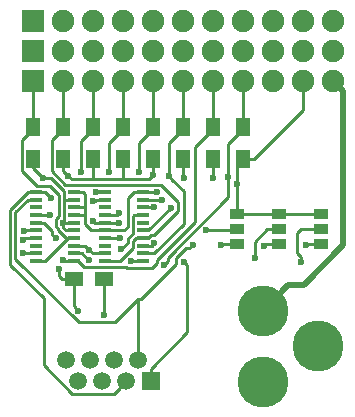
<source format=gtl>
G04 #@! TF.FileFunction,Copper,L1,Top,Signal*
%FSLAX46Y46*%
G04 Gerber Fmt 4.6, Leading zero omitted, Abs format (unit mm)*
G04 Created by KiCad (PCBNEW 4.0.7) date Thursday, May 03, 2018 'PMt' 09:52:22 PM*
%MOMM*%
%LPD*%
G01*
G04 APERTURE LIST*
%ADD10C,0.100000*%
%ADD11R,1.900000X1.900000*%
%ADD12O,1.900000X1.900000*%
%ADD13C,4.318000*%
%ADD14R,1.500000X1.500000*%
%ADD15C,1.500000*%
%ADD16R,0.990600X0.304800*%
%ADD17R,1.270000X0.970000*%
%ADD18R,1.300000X1.500000*%
%ADD19R,1.500000X1.250000*%
%ADD20C,0.600000*%
%ADD21C,0.254000*%
%ADD22C,0.508000*%
G04 APERTURE END LIST*
D10*
D11*
X181610000Y-80010000D03*
D12*
X184150000Y-80010000D03*
X186690000Y-80010000D03*
X189230000Y-80010000D03*
X191770000Y-80010000D03*
X194310000Y-80010000D03*
X196850000Y-80010000D03*
X199390000Y-80010000D03*
X201930000Y-80010000D03*
X204470000Y-80010000D03*
X207010000Y-80010000D03*
D11*
X181610000Y-77470000D03*
D12*
X184150000Y-77470000D03*
X186690000Y-77470000D03*
X189230000Y-77470000D03*
X191770000Y-77470000D03*
X194310000Y-77470000D03*
X196850000Y-77470000D03*
X199390000Y-77470000D03*
X201930000Y-77470000D03*
X204470000Y-77470000D03*
X207010000Y-77470000D03*
D11*
X181610000Y-74930000D03*
D12*
X184150000Y-74930000D03*
X186690000Y-74930000D03*
X189230000Y-74930000D03*
X191770000Y-74930000D03*
X194310000Y-74930000D03*
X196850000Y-74930000D03*
X199390000Y-74930000D03*
X201930000Y-74930000D03*
X204470000Y-74930000D03*
X207010000Y-74930000D03*
D13*
X201041000Y-105458260D03*
X205740000Y-102458520D03*
X201041000Y-99458780D03*
D14*
X191530000Y-105410000D03*
D15*
X190510000Y-103630000D03*
X189490000Y-105410000D03*
X188470000Y-103630000D03*
X187450000Y-105410000D03*
X186430000Y-103630000D03*
X185410000Y-105410000D03*
X184390000Y-103630000D03*
D16*
X185044080Y-89405460D03*
X185044080Y-90055700D03*
X185044080Y-90705940D03*
X185044080Y-91356180D03*
X185044080Y-92006420D03*
X185044080Y-92651580D03*
X185044080Y-93301820D03*
X185044080Y-93952060D03*
X185044080Y-94602300D03*
X185044080Y-95252540D03*
X190875920Y-95252540D03*
X190875920Y-94602300D03*
X190875920Y-93952060D03*
X190875920Y-93301820D03*
X190875920Y-92651580D03*
X190875920Y-92006420D03*
X190875920Y-91356180D03*
X190875920Y-90705940D03*
X190875920Y-90055700D03*
X190875920Y-89405460D03*
X181869080Y-89405460D03*
X181869080Y-90055700D03*
X181869080Y-90705940D03*
X181869080Y-91356180D03*
X181869080Y-92006420D03*
X181869080Y-92651580D03*
X181869080Y-93301820D03*
X181869080Y-93952060D03*
X181869080Y-94602300D03*
X181869080Y-95252540D03*
X187700920Y-95252540D03*
X187700920Y-94602300D03*
X187700920Y-93952060D03*
X187700920Y-93301820D03*
X187700920Y-92651580D03*
X187700920Y-92006420D03*
X187700920Y-91356180D03*
X187700920Y-90705940D03*
X187700920Y-90055700D03*
X187700920Y-89405460D03*
D17*
X198882000Y-91313000D03*
X198882000Y-92583000D03*
X198882000Y-93853000D03*
X202438000Y-91313000D03*
X202438000Y-92583000D03*
X202438000Y-93853000D03*
X205994000Y-91313000D03*
X205994000Y-92583000D03*
X205994000Y-93853000D03*
D18*
X181610000Y-86647000D03*
X181610000Y-83947000D03*
X184150000Y-86647000D03*
X184150000Y-83947000D03*
X186690000Y-86647000D03*
X186690000Y-83947000D03*
X189230000Y-86647000D03*
X189230000Y-83947000D03*
X191770000Y-86647000D03*
X191770000Y-83947000D03*
X194310000Y-86647000D03*
X194310000Y-83947000D03*
X196850000Y-86647000D03*
X196850000Y-83947000D03*
X199390000Y-86647000D03*
X199390000Y-83947000D03*
D19*
X185059000Y-96774000D03*
X187559000Y-96774000D03*
D20*
X183499902Y-93334698D03*
X183794400Y-95935800D03*
X182448200Y-88239600D03*
X184581800Y-88082800D03*
X198882000Y-88722200D03*
X196850000Y-88239600D03*
X191770000Y-87934800D03*
X194335400Y-88239600D03*
X185420000Y-99458410D03*
X184124600Y-92024200D03*
X193268600Y-90728800D03*
X196240400Y-92633800D03*
X180797200Y-92684600D03*
X187553600Y-99822000D03*
X204673200Y-93929200D03*
X201142600Y-93980000D03*
X197485000Y-93929200D03*
X192100200Y-89408000D03*
X200380600Y-94996000D03*
X180721000Y-93497400D03*
X204241400Y-95300800D03*
X180721000Y-94589600D03*
X194338933Y-95304333D03*
X183014476Y-91323572D03*
X191846200Y-90703400D03*
X192506600Y-90119200D03*
X195122800Y-93878400D03*
X183140758Y-89945595D03*
X189052200Y-94234000D03*
X185634037Y-87688883D03*
X186334400Y-94310200D03*
X191841269Y-93712571D03*
X188010800Y-87714190D03*
X188973769Y-93311689D03*
X186631210Y-91827526D03*
X188849000Y-92024200D03*
X190525400Y-87714190D03*
X186319740Y-95149134D03*
X188854302Y-91224206D03*
X193090800Y-88061800D03*
X184148388Y-95180831D03*
X186631210Y-90181278D03*
X192684400Y-95554800D03*
X186953435Y-89422221D03*
X198094600Y-88120590D03*
X189844524Y-95256367D03*
D21*
X183199903Y-92669533D02*
X183199903Y-93034699D01*
X184150000Y-92456000D02*
X184150000Y-92049600D01*
X185044080Y-92651580D02*
X184345580Y-92651580D01*
X183199903Y-93034699D02*
X183499902Y-93334698D01*
X182536790Y-92006420D02*
X183199903Y-92669533D01*
X181869080Y-92006420D02*
X182536790Y-92006420D01*
X184345580Y-92651580D02*
X184150000Y-92456000D01*
X184150000Y-92049600D02*
X184124600Y-92024200D01*
X183794400Y-96360064D02*
X183794400Y-95935800D01*
X184055000Y-96774000D02*
X183794400Y-96513400D01*
X185059000Y-96774000D02*
X184055000Y-96774000D01*
X183794400Y-96513400D02*
X183794400Y-96360064D01*
X199390000Y-86647000D02*
X200294000Y-86647000D01*
X204470000Y-81212081D02*
X204470000Y-80010000D01*
X200294000Y-86647000D02*
X204470000Y-82471000D01*
X204470000Y-82471000D02*
X204470000Y-81212081D01*
X184221779Y-90128701D02*
X184221779Y-89352779D01*
X184221779Y-89352779D02*
X183108600Y-88239600D01*
X183108600Y-88239600D02*
X182448200Y-88239600D01*
X181610000Y-86647000D02*
X181610000Y-87401400D01*
X181610000Y-87401400D02*
X182448200Y-88239600D01*
X184581800Y-88082800D02*
X184840200Y-88341200D01*
X184150000Y-87651000D02*
X184581800Y-88082800D01*
X198882000Y-88722200D02*
X198882000Y-87155000D01*
X198882000Y-91313000D02*
X198882000Y-88722200D01*
X202438000Y-91313000D02*
X205994000Y-91313000D01*
X198882000Y-91313000D02*
X202438000Y-91313000D01*
X198882000Y-87155000D02*
X199390000Y-86647000D01*
X196850000Y-86647000D02*
X196850000Y-88239600D01*
X194310000Y-86647000D02*
X194310000Y-88214200D01*
X194310000Y-88214200D02*
X194335400Y-88239600D01*
X184840200Y-88341200D02*
X186690000Y-88341200D01*
X186690000Y-88341200D02*
X189230000Y-88341200D01*
X186690000Y-86647000D02*
X186690000Y-87651000D01*
X186690000Y-87651000D02*
X186690000Y-88341200D01*
X189230000Y-87651000D02*
X189230000Y-88341200D01*
X189230000Y-88341200D02*
X191363600Y-88341200D01*
X189230000Y-86647000D02*
X189230000Y-87651000D01*
X191363600Y-88341200D02*
X191770000Y-87934800D01*
X191770000Y-87934800D02*
X191770000Y-86647000D01*
X184150000Y-86647000D02*
X184150000Y-87651000D01*
X185120001Y-99158411D02*
X185420000Y-99458410D01*
X185059000Y-99097410D02*
X185120001Y-99158411D01*
X185059000Y-96774000D02*
X185059000Y-99097410D01*
X181610000Y-86747000D02*
X181610000Y-86647000D01*
X184221779Y-91927021D02*
X184124600Y-92024200D01*
X185044080Y-90055700D02*
X184294780Y-90055700D01*
X184294780Y-90055700D02*
X184221779Y-90128701D01*
X184221779Y-90128701D02*
X184221779Y-91927021D01*
X184124600Y-92024200D02*
X184142380Y-92006420D01*
X184142380Y-92006420D02*
X185044080Y-92006420D01*
X191345820Y-92651580D02*
X193268600Y-90728800D01*
X190875920Y-92651580D02*
X191345820Y-92651580D01*
X196240400Y-92633800D02*
X198831200Y-92633800D01*
X198831200Y-92633800D02*
X198882000Y-92583000D01*
X181869080Y-92651580D02*
X180830220Y-92651580D01*
X180830220Y-92651580D02*
X180797200Y-92684600D01*
X187559000Y-96774000D02*
X187559000Y-99816600D01*
X187559000Y-99816600D02*
X187553600Y-99822000D01*
X186004200Y-89616280D02*
X186004200Y-90805000D01*
X185044080Y-89405460D02*
X185793380Y-89405460D01*
X185793380Y-89405460D02*
X186004200Y-89616280D01*
X186004200Y-92125800D02*
X186004200Y-91363800D01*
X186004200Y-91363800D02*
X186004200Y-90805000D01*
X185044080Y-91356180D02*
X185793380Y-91356180D01*
X185793380Y-91356180D02*
X185801000Y-91363800D01*
X185801000Y-91363800D02*
X186004200Y-91363800D01*
X187700920Y-92651580D02*
X186529980Y-92651580D01*
X186529980Y-92651580D02*
X186004200Y-92125800D01*
X186004200Y-90805000D02*
X185905140Y-90705940D01*
X185905140Y-90705940D02*
X185044080Y-90705940D01*
X189288420Y-92651580D02*
X189599608Y-92340392D01*
X189599608Y-92340392D02*
X189599608Y-89932472D01*
X189599608Y-89932472D02*
X190126620Y-89405460D01*
X190126620Y-89405460D02*
X190875920Y-89405460D01*
X188450220Y-92651580D02*
X189288420Y-92651580D01*
X187700920Y-92651580D02*
X188450220Y-92651580D01*
X188450220Y-92651580D02*
X188457840Y-92659200D01*
X205994000Y-93853000D02*
X204749400Y-93853000D01*
X204749400Y-93853000D02*
X204673200Y-93929200D01*
X202438000Y-93853000D02*
X201269600Y-93853000D01*
X201269600Y-93853000D02*
X201142600Y-93980000D01*
X198882000Y-93853000D02*
X197561200Y-93853000D01*
X197561200Y-93853000D02*
X197485000Y-93929200D01*
X190875920Y-89405460D02*
X192097660Y-89405460D01*
X192097660Y-89405460D02*
X192100200Y-89408000D01*
X200380600Y-94996000D02*
X200380600Y-93624400D01*
X200380600Y-93624400D02*
X201422000Y-92583000D01*
X201422000Y-92583000D02*
X201549000Y-92583000D01*
X201549000Y-92583000D02*
X202438000Y-92583000D01*
X181869080Y-93301820D02*
X180916580Y-93301820D01*
X180916580Y-93301820D02*
X180721000Y-93497400D01*
X203936600Y-92913200D02*
X204266800Y-92583000D01*
X204266800Y-92583000D02*
X205994000Y-92583000D01*
X203936600Y-94571736D02*
X203936600Y-92913200D01*
X204241400Y-95300800D02*
X204241400Y-94876536D01*
X204241400Y-94876536D02*
X203936600Y-94571736D01*
X180733700Y-94602300D02*
X180721000Y-94589600D01*
X181869080Y-94602300D02*
X180733700Y-94602300D01*
X194638932Y-101297068D02*
X194638932Y-95604332D01*
X194638932Y-95604332D02*
X194338933Y-95304333D01*
X191530000Y-105410000D02*
X191530000Y-104406000D01*
X191530000Y-104406000D02*
X194638932Y-101297068D01*
X182981868Y-91356180D02*
X183014476Y-91323572D01*
X181869080Y-91356180D02*
X182981868Y-91356180D01*
X191846200Y-90703400D02*
X190878460Y-90703400D01*
X190878460Y-90703400D02*
X190875920Y-90705940D01*
X194536905Y-94178399D02*
X194822801Y-94178399D01*
X190726764Y-98491200D02*
X193711932Y-95506032D01*
X190510000Y-98491200D02*
X190726764Y-98491200D01*
X194822801Y-94178399D02*
X195122800Y-93878400D01*
X193711932Y-95003372D02*
X194536905Y-94178399D01*
X193711932Y-95506032D02*
X193711932Y-95003372D01*
X185482628Y-100449002D02*
X188552198Y-100449002D01*
X180082811Y-95049185D02*
X185482628Y-100449002D01*
X181119780Y-90055700D02*
X180082811Y-91092669D01*
X188552198Y-100449002D02*
X190510000Y-98491200D01*
X181869080Y-90055700D02*
X181119780Y-90055700D01*
X180082811Y-91092669D02*
X180082811Y-95049185D01*
X192506600Y-90119200D02*
X192443100Y-90055700D01*
X192443100Y-90055700D02*
X190875920Y-90055700D01*
X190510000Y-103630000D02*
X190510000Y-98491200D01*
X181869080Y-89405460D02*
X181119780Y-89405460D01*
X181119780Y-89405460D02*
X179628800Y-90896440D01*
X179628800Y-90896440D02*
X179628800Y-95550032D01*
X182473600Y-104067562D02*
X184893039Y-106487001D01*
X179628800Y-95550032D02*
X182473600Y-98394832D01*
X182473600Y-98394832D02*
X182473600Y-104067562D01*
X184893039Y-106487001D02*
X188412999Y-106487001D01*
X188412999Y-106487001D02*
X188740001Y-106159999D01*
X188740001Y-106159999D02*
X189490000Y-105410000D01*
X181869080Y-89405460D02*
X182618380Y-89405460D01*
X183140758Y-89927838D02*
X183140758Y-89945595D01*
X182618380Y-89405460D02*
X183140758Y-89927838D01*
X190053619Y-91429181D02*
X190053619Y-92895991D01*
X190053619Y-92895991D02*
X189599608Y-93350002D01*
X190126620Y-91356180D02*
X190053619Y-91429181D01*
X190875920Y-91356180D02*
X190126620Y-91356180D01*
X189599608Y-93350002D02*
X189599608Y-93686592D01*
X189599608Y-93686592D02*
X189052200Y-94234000D01*
X183021107Y-88926059D02*
X183767768Y-89672720D01*
X184353752Y-93301820D02*
X185044080Y-93301820D01*
X183767768Y-91453070D02*
X183497599Y-91723239D01*
X181610000Y-84047000D02*
X180632999Y-85024001D01*
X183497599Y-91723239D02*
X183497599Y-92325161D01*
X183695989Y-92523551D02*
X183695989Y-92644057D01*
X183695989Y-92644057D02*
X184353752Y-93301820D01*
X180632999Y-87658601D02*
X181900457Y-88926059D01*
X181610000Y-83947000D02*
X181610000Y-84047000D01*
X181900457Y-88926059D02*
X183021107Y-88926059D01*
X180632999Y-85024001D02*
X180632999Y-87658601D01*
X183497599Y-92325161D02*
X183695989Y-92523551D01*
X183767768Y-89672720D02*
X183767768Y-91453070D01*
X181869080Y-95252540D02*
X182618380Y-95252540D01*
X182618380Y-95252540D02*
X184569100Y-93301820D01*
X184569100Y-93301820D02*
X185044080Y-93301820D01*
X181610000Y-83947000D02*
X181610000Y-82943000D01*
X181610000Y-82943000D02*
X181610000Y-80010000D01*
X192401161Y-88780999D02*
X193895602Y-90275440D01*
X184309609Y-88795211D02*
X191831057Y-88795211D01*
X184150000Y-83947000D02*
X184150000Y-84047000D01*
X191324056Y-93301820D02*
X190875920Y-93301820D01*
X184150000Y-84047000D02*
X183172999Y-85024001D01*
X183172999Y-85024001D02*
X183172999Y-87658601D01*
X191540307Y-93085569D02*
X191324056Y-93301820D01*
X193895602Y-90275440D02*
X193895602Y-91029762D01*
X183172999Y-87658601D02*
X184309609Y-88795211D01*
X193895602Y-91029762D02*
X191839795Y-93085569D01*
X191831057Y-88795211D02*
X191845269Y-88780999D01*
X191839795Y-93085569D02*
X191540307Y-93085569D01*
X191845269Y-88780999D02*
X192401161Y-88780999D01*
X190289858Y-93301820D02*
X190053619Y-93538059D01*
X188450220Y-95252540D02*
X187700920Y-95252540D01*
X190053619Y-94160545D02*
X188961624Y-95252540D01*
X188961624Y-95252540D02*
X188450220Y-95252540D01*
X190053619Y-93538059D02*
X190053619Y-94160545D01*
X190875920Y-93301820D02*
X190289858Y-93301820D01*
X184150000Y-83947000D02*
X184150000Y-80010000D01*
X185634037Y-87264619D02*
X185634037Y-87688883D01*
X185634037Y-85102963D02*
X185634037Y-87264619D01*
X186690000Y-83947000D02*
X186690000Y-84047000D01*
X186690000Y-84047000D02*
X185634037Y-85102963D01*
X187700920Y-94602300D02*
X186626500Y-94602300D01*
X186626500Y-94602300D02*
X186334400Y-94310200D01*
X186334400Y-94310200D02*
X185976260Y-93952060D01*
X185976260Y-93952060D02*
X185044080Y-93952060D01*
X186690000Y-83947000D02*
X186690000Y-82943000D01*
X186690000Y-82943000D02*
X186690000Y-80010000D01*
X191841269Y-93736011D02*
X191841269Y-93712571D01*
X191625220Y-93952060D02*
X191841269Y-93736011D01*
X190875920Y-93952060D02*
X191625220Y-93952060D01*
X188010800Y-85266200D02*
X188010800Y-87289926D01*
X189230000Y-83947000D02*
X189230000Y-84047000D01*
X188010800Y-87289926D02*
X188010800Y-87714190D01*
X189230000Y-84047000D02*
X188010800Y-85266200D01*
X188963900Y-93301820D02*
X188973769Y-93311689D01*
X187700920Y-93301820D02*
X188963900Y-93301820D01*
X189230000Y-83947000D02*
X189230000Y-82943000D01*
X189230000Y-82943000D02*
X189230000Y-80010000D01*
X186810104Y-92006420D02*
X186631210Y-91827526D01*
X187700920Y-92006420D02*
X186810104Y-92006420D01*
X187700920Y-92006420D02*
X188831220Y-92006420D01*
X188831220Y-92006420D02*
X188849000Y-92024200D01*
X190525400Y-87289926D02*
X190525400Y-87714190D01*
X190525400Y-85291600D02*
X190525400Y-87289926D01*
X191770000Y-84047000D02*
X190525400Y-85291600D01*
X191770000Y-83947000D02*
X191770000Y-84047000D01*
X185044080Y-94602300D02*
X185707399Y-94602300D01*
X185707399Y-94602300D02*
X186254233Y-95149134D01*
X186254233Y-95149134D02*
X186319740Y-95149134D01*
X191770000Y-83947000D02*
X191770000Y-80010000D01*
X190875920Y-94602300D02*
X191838268Y-94602300D01*
X194349613Y-89320613D02*
X193390799Y-88361799D01*
X191838268Y-94602300D02*
X194349613Y-92090955D01*
X194349613Y-92090955D02*
X194349613Y-89320613D01*
X193390799Y-88361799D02*
X193090800Y-88061800D01*
X188722328Y-91356180D02*
X188854302Y-91224206D01*
X187700920Y-91356180D02*
X188722328Y-91356180D01*
X194310000Y-83947000D02*
X194310000Y-84047000D01*
X194310000Y-84047000D02*
X193090800Y-85266200D01*
X193090800Y-85266200D02*
X193090800Y-85877598D01*
X193090800Y-85877598D02*
X193090800Y-88061800D01*
X194310000Y-83947000D02*
X194310000Y-82943000D01*
X194310000Y-82943000D02*
X194310000Y-80010000D01*
X195287004Y-85609996D02*
X195287004Y-91922632D01*
X185386980Y-95252540D02*
X185044080Y-95252540D01*
X189543562Y-95883369D02*
X189436328Y-95776135D01*
X196850000Y-84047000D02*
X195287004Y-85609996D01*
X192057398Y-95440430D02*
X191614459Y-95883369D01*
X185910575Y-95776135D02*
X185386980Y-95252540D01*
X196850000Y-83947000D02*
X196850000Y-84047000D01*
X195287004Y-91922632D02*
X192057398Y-95152238D01*
X192057398Y-95152238D02*
X192057398Y-95440430D01*
X191614459Y-95883369D02*
X189543562Y-95883369D01*
X189436328Y-95776135D02*
X185910575Y-95776135D01*
X185044080Y-95252540D02*
X184220097Y-95252540D01*
X184220097Y-95252540D02*
X184148388Y-95180831D01*
X187700920Y-90055700D02*
X187007500Y-90055700D01*
X187007500Y-90055700D02*
X187001023Y-90049223D01*
X187001023Y-90049223D02*
X186988577Y-90049223D01*
X186988577Y-90049223D02*
X186856522Y-90181278D01*
X186856522Y-90181278D02*
X186631210Y-90181278D01*
X196850000Y-83947000D02*
X196850000Y-82943000D01*
X196850000Y-82943000D02*
X196850000Y-80010000D01*
X192984399Y-94961839D02*
X192984399Y-95254801D01*
X192984399Y-95254801D02*
X192684400Y-95554800D01*
X198094600Y-89851638D02*
X192984399Y-94961839D01*
X198094600Y-88120590D02*
X198094600Y-89851638D01*
X187700920Y-89405460D02*
X187684159Y-89422221D01*
X187684159Y-89422221D02*
X187377699Y-89422221D01*
X187377699Y-89422221D02*
X186953435Y-89422221D01*
X199390000Y-84047000D02*
X198094600Y-85342400D01*
X199390000Y-83947000D02*
X199390000Y-84047000D01*
X198094600Y-87696326D02*
X198094600Y-88120590D01*
X198094600Y-85342400D02*
X198094600Y-87696326D01*
X189848351Y-95252540D02*
X189844524Y-95256367D01*
X190875920Y-95252540D02*
X189848351Y-95252540D01*
X199390000Y-83947000D02*
X199390000Y-82943000D01*
X199390000Y-82943000D02*
X199390000Y-80010000D01*
D22*
X201041000Y-99458780D02*
X203199999Y-97299781D01*
X203199999Y-97299781D02*
X204484421Y-97299781D01*
X207859999Y-80859999D02*
X207010000Y-80010000D01*
X204484421Y-97299781D02*
X207859999Y-93924203D01*
X207859999Y-93924203D02*
X207859999Y-80859999D01*
M02*

</source>
